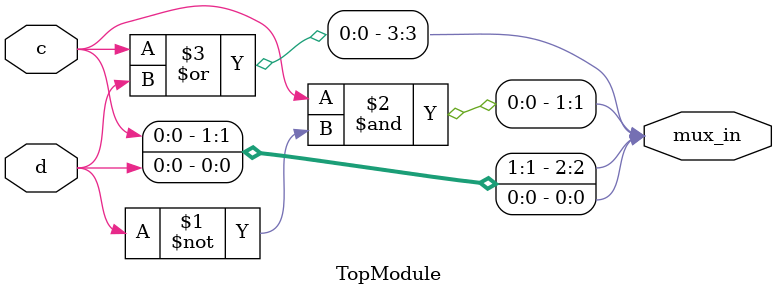
<source format=sv>
module TopModule (
    input logic c,
    input logic d,
    output logic [3:0] mux_in
);

    assign mux_in[0] = d;
    assign mux_in[1] = c & ~d;
    assign mux_in[2] = c;
    assign mux_in[3] = c | d;

endmodule
</source>
